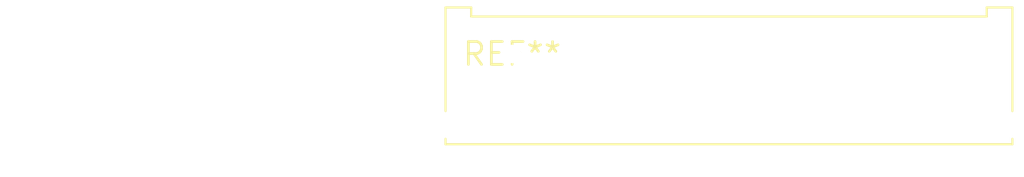
<source format=kicad_pcb>
(kicad_pcb (version 20240108) (generator pcbnew)
  (layers (0 "F.Cu" signal) (31 "B.Cu" signal) (34 "B.Paste" user) (35 "F.Paste" user) (36 "B.SilkS" user "B.Silkscreen") (37 "F.SilkS" user "F.Silkscreen") (38 "B.Mask" user) (39 "F.Mask" user) (44 "Edge.Cuts" user))
  (net 0 "")
  (footprint "Molex_Micro-Fit_3.0_43045-1812_2x09_P3.00mm_Vertical" (layer "F.Cu") (at 0 0)
    (property "Reference" "REF**")
    (property "Value" "Molex_Micro-Fit_3.0_43045-1812_2x09_P3.00mm_Vertical")
    (fp_line (start -3.685 -2.58) (end -2.265 -2.58) (layer "F.SilkS") (stroke (width 0.12)))
    (fp_line (start -3.685 3.17) (end -3.685 -2.58) (layer "F.SilkS") (stroke (width 0.12)))
    (fp_line (start -3.685 4.71) (end -3.685 5.01) (layer "F.SilkS") (stroke (width 0.12)))
    (fp_line (start -3.685 5.01) (end 27.685 5.01) (layer "F.SilkS") (stroke (width 0.12)))
    (fp_line (start -2.265 -2.58) (end -2.265 -2.08) (layer "F.SilkS") (stroke (width 0.12)))
    (fp_line (start -2.265 -2.08) (end 26.265 -2.08) (layer "F.SilkS") (stroke (width 0.12)))
    (fp_line (start 26.265 -2.58) (end 27.685 -2.58) (layer "F.SilkS") (stroke (width 0.12)))
    (fp_line (start 26.265 -2.08) (end 26.265 -2.58) (layer "F.SilkS") (stroke (width 0.12)))
    (fp_line (start 27.685 -2.58) (end 27.685 3.17) (layer "F.SilkS") (stroke (width 0.12)))
    (fp_line (start 27.685 5.01) (end 27.685 4.71) (layer "F.SilkS") (stroke (width 0.12)))
    (pad "" np_thru_hole circle (at -3 3.94) (size 1.02 1.02) (drill 1.02) (layers *.Cu *.Mask))
    (pad "" np_thru_hole circle (at 27 3.94) (size 1.02 1.02) (drill 1.02) (layers *.Cu *.Mask))
    (pad "1" thru_hole roundrect (at 0 0) (size 1.5 1.5) (drill 1.02) (layers *.Cu *.Mask) (remove_unused_layers) (roundrect_rratio 0.166667))
    (pad "2" thru_hole circle (at 3 0) (size 1.5 1.5) (drill 1.02) (layers *.Cu *.Mask) (remove_unused_layers))
    (pad "3" thru_hole circle (at 6 0) (size 1.5 1.5) (drill 1.02) (layers *.Cu *.Mask) (remove_unused_layers))
    (pad "4" thru_hole circle (at 9 0) (size 1.5 1.5) (drill 1.02) (layers *.Cu *.Mask) (remove_unused_layers))
    (pad "5" thru_hole circle (at 12 0) (size 1.5 1.5) (drill 1.02) (layers *.Cu *.Mask) (remove_unused_layers))
    (pad "6" thru_hole circle (at 15 0) (size 1.5 1.5) (drill 1.02) (layers *.Cu *.Mask) (remove_unused_layers))
    (pad "7" thru_hole circle (at 18 0) (size 1.5 1.5) (drill 1.02) (layers *.Cu *.Mask) (remove_unused_layers))
    (pad "8" thru_hole circle (at 21 0) (size 1.5 1.5) (drill 1.02) (layers *.Cu *.Mask) (remove_unused_layers))
    (pad "9" thru_hole circle (at 24 0) (size 1.5 1.5) (drill 1.02) (layers *.Cu *.Mask) (remove_unused_layers))
    (pad "10" thru_hole circle (at 0 3) (size 1.5 1.5) (drill 1.02) (layers *.Cu *.Mask) (remove_unused_layers))
    (pad "11" thru_hole circle (at 3 3) (size 1.5 1.5) (drill 1.02) (layers *.Cu *.Mask) (remove_unused_layers))
    (pad "12" thru_hole circle (at 6 3) (size 1.5 1.5) (drill 1.02) (layers *.Cu *.Mask) (remove_unused_layers))
    (pad "13" thru_hole circle (at 9 3) (size 1.5 1.5) (drill 1.02) (layers *.Cu *.Mask) (remove_unused_layers))
    (pad "14" thru_hole circle (at 12 3) (size 1.5 1.5) (drill 1.02) (layers *.Cu *.Mask) (remove_unused_layers))
    (pad "15" thru_hole circle (at 15 3) (size 1.5 1.5) (drill 1.02) (layers *.Cu *.Mask) (remove_unused_layers))
    (pad "16" thru_hole circle (at 18 3) (size 1.5 1.5) (drill 1.02) (layers *.Cu *.Mask) (remove_unused_layers))
    (pad "17" thru_hole circle (at 21 3) (size 1.5 1.5) (drill 1.02) (layers *.Cu *.Mask) (remove_unused_layers))
    (pad "18" thru_hole circle (at 24 3) (size 1.5 1.5) (drill 1.02) (layers *.Cu *.Mask) (remove_unused_layers))
  )
)
</source>
